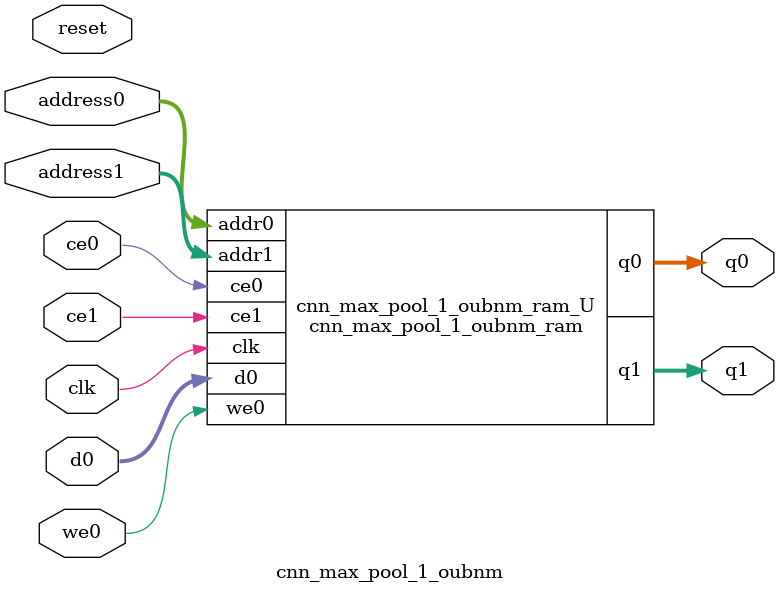
<source format=v>
`timescale 1 ns / 1 ps
module cnn_max_pool_1_oubnm_ram (addr0, ce0, d0, we0, q0, addr1, ce1, q1,  clk);

parameter DWIDTH = 14;
parameter AWIDTH = 8;
parameter MEM_SIZE = 150;

input[AWIDTH-1:0] addr0;
input ce0;
input[DWIDTH-1:0] d0;
input we0;
output reg[DWIDTH-1:0] q0;
input[AWIDTH-1:0] addr1;
input ce1;
output reg[DWIDTH-1:0] q1;
input clk;

(* ram_style = "block" *)reg [DWIDTH-1:0] ram[0:MEM_SIZE-1];




always @(posedge clk)  
begin 
    if (ce0) 
    begin
        if (we0) 
        begin 
            ram[addr0] <= d0; 
        end 
        q0 <= ram[addr0];
    end
end


always @(posedge clk)  
begin 
    if (ce1) 
    begin
        q1 <= ram[addr1];
    end
end


endmodule

`timescale 1 ns / 1 ps
module cnn_max_pool_1_oubnm(
    reset,
    clk,
    address0,
    ce0,
    we0,
    d0,
    q0,
    address1,
    ce1,
    q1);

parameter DataWidth = 32'd14;
parameter AddressRange = 32'd150;
parameter AddressWidth = 32'd8;
input reset;
input clk;
input[AddressWidth - 1:0] address0;
input ce0;
input we0;
input[DataWidth - 1:0] d0;
output[DataWidth - 1:0] q0;
input[AddressWidth - 1:0] address1;
input ce1;
output[DataWidth - 1:0] q1;



cnn_max_pool_1_oubnm_ram cnn_max_pool_1_oubnm_ram_U(
    .clk( clk ),
    .addr0( address0 ),
    .ce0( ce0 ),
    .we0( we0 ),
    .d0( d0 ),
    .q0( q0 ),
    .addr1( address1 ),
    .ce1( ce1 ),
    .q1( q1 ));

endmodule


</source>
